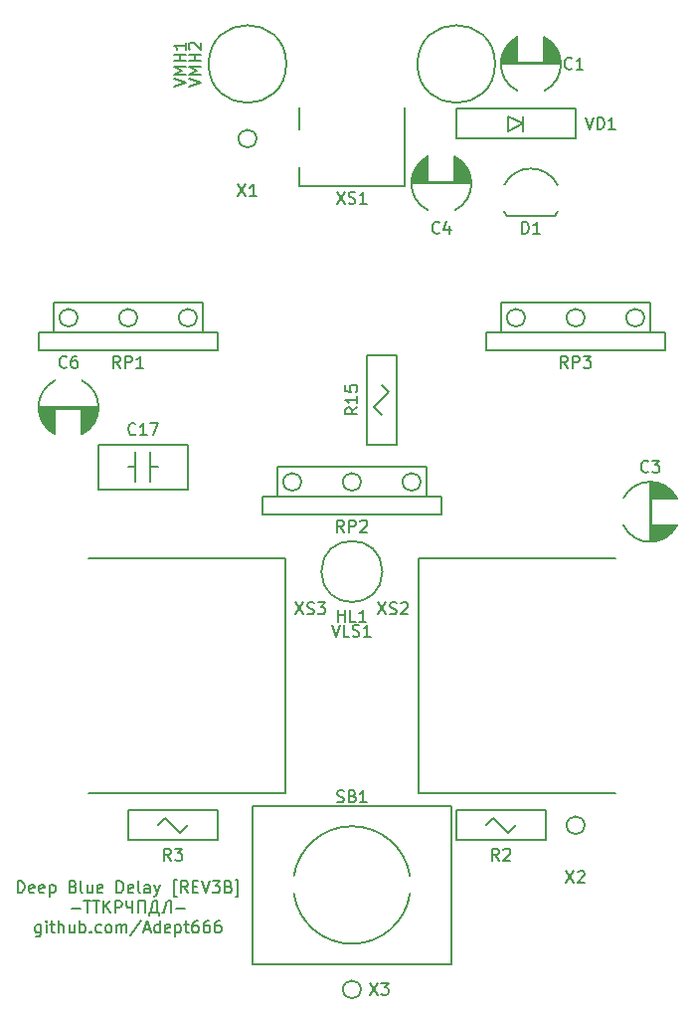
<source format=gbr>
G04 #@! TF.GenerationSoftware,KiCad,Pcbnew,5.1.6-c6e7f7d~87~ubuntu19.10.1*
G04 #@! TF.CreationDate,2021-07-29T07:02:15+06:00*
G04 #@! TF.ProjectId,deep_blue_delay_r3b,64656570-5f62-46c7-9565-5f64656c6179,3B*
G04 #@! TF.SameCoordinates,Original*
G04 #@! TF.FileFunction,Legend,Top*
G04 #@! TF.FilePolarity,Positive*
%FSLAX46Y46*%
G04 Gerber Fmt 4.6, Leading zero omitted, Abs format (unit mm)*
G04 Created by KiCad (PCBNEW 5.1.6-c6e7f7d~87~ubuntu19.10.1) date 2021-07-29 07:02:15*
%MOMM*%
%LPD*%
G01*
G04 APERTURE LIST*
%ADD10C,0.200000*%
G04 APERTURE END LIST*
D10*
X76955238Y-168297380D02*
X76955238Y-167297380D01*
X77193333Y-167297380D01*
X77336190Y-167345000D01*
X77431428Y-167440238D01*
X77479047Y-167535476D01*
X77526666Y-167725952D01*
X77526666Y-167868809D01*
X77479047Y-168059285D01*
X77431428Y-168154523D01*
X77336190Y-168249761D01*
X77193333Y-168297380D01*
X76955238Y-168297380D01*
X78336190Y-168249761D02*
X78240952Y-168297380D01*
X78050476Y-168297380D01*
X77955238Y-168249761D01*
X77907619Y-168154523D01*
X77907619Y-167773571D01*
X77955238Y-167678333D01*
X78050476Y-167630714D01*
X78240952Y-167630714D01*
X78336190Y-167678333D01*
X78383809Y-167773571D01*
X78383809Y-167868809D01*
X77907619Y-167964047D01*
X79193333Y-168249761D02*
X79098095Y-168297380D01*
X78907619Y-168297380D01*
X78812380Y-168249761D01*
X78764761Y-168154523D01*
X78764761Y-167773571D01*
X78812380Y-167678333D01*
X78907619Y-167630714D01*
X79098095Y-167630714D01*
X79193333Y-167678333D01*
X79240952Y-167773571D01*
X79240952Y-167868809D01*
X78764761Y-167964047D01*
X79669523Y-167630714D02*
X79669523Y-168630714D01*
X79669523Y-167678333D02*
X79764761Y-167630714D01*
X79955238Y-167630714D01*
X80050476Y-167678333D01*
X80098095Y-167725952D01*
X80145714Y-167821190D01*
X80145714Y-168106904D01*
X80098095Y-168202142D01*
X80050476Y-168249761D01*
X79955238Y-168297380D01*
X79764761Y-168297380D01*
X79669523Y-168249761D01*
X81669523Y-167773571D02*
X81812380Y-167821190D01*
X81860000Y-167868809D01*
X81907619Y-167964047D01*
X81907619Y-168106904D01*
X81860000Y-168202142D01*
X81812380Y-168249761D01*
X81717142Y-168297380D01*
X81336190Y-168297380D01*
X81336190Y-167297380D01*
X81669523Y-167297380D01*
X81764761Y-167345000D01*
X81812380Y-167392619D01*
X81860000Y-167487857D01*
X81860000Y-167583095D01*
X81812380Y-167678333D01*
X81764761Y-167725952D01*
X81669523Y-167773571D01*
X81336190Y-167773571D01*
X82479047Y-168297380D02*
X82383809Y-168249761D01*
X82336190Y-168154523D01*
X82336190Y-167297380D01*
X83288571Y-167630714D02*
X83288571Y-168297380D01*
X82860000Y-167630714D02*
X82860000Y-168154523D01*
X82907619Y-168249761D01*
X83002857Y-168297380D01*
X83145714Y-168297380D01*
X83240952Y-168249761D01*
X83288571Y-168202142D01*
X84145714Y-168249761D02*
X84050476Y-168297380D01*
X83860000Y-168297380D01*
X83764761Y-168249761D01*
X83717142Y-168154523D01*
X83717142Y-167773571D01*
X83764761Y-167678333D01*
X83860000Y-167630714D01*
X84050476Y-167630714D01*
X84145714Y-167678333D01*
X84193333Y-167773571D01*
X84193333Y-167868809D01*
X83717142Y-167964047D01*
X85383809Y-168297380D02*
X85383809Y-167297380D01*
X85621904Y-167297380D01*
X85764761Y-167345000D01*
X85860000Y-167440238D01*
X85907619Y-167535476D01*
X85955238Y-167725952D01*
X85955238Y-167868809D01*
X85907619Y-168059285D01*
X85860000Y-168154523D01*
X85764761Y-168249761D01*
X85621904Y-168297380D01*
X85383809Y-168297380D01*
X86764761Y-168249761D02*
X86669523Y-168297380D01*
X86479047Y-168297380D01*
X86383809Y-168249761D01*
X86336190Y-168154523D01*
X86336190Y-167773571D01*
X86383809Y-167678333D01*
X86479047Y-167630714D01*
X86669523Y-167630714D01*
X86764761Y-167678333D01*
X86812380Y-167773571D01*
X86812380Y-167868809D01*
X86336190Y-167964047D01*
X87383809Y-168297380D02*
X87288571Y-168249761D01*
X87240952Y-168154523D01*
X87240952Y-167297380D01*
X88193333Y-168297380D02*
X88193333Y-167773571D01*
X88145714Y-167678333D01*
X88050476Y-167630714D01*
X87860000Y-167630714D01*
X87764761Y-167678333D01*
X88193333Y-168249761D02*
X88098095Y-168297380D01*
X87860000Y-168297380D01*
X87764761Y-168249761D01*
X87717142Y-168154523D01*
X87717142Y-168059285D01*
X87764761Y-167964047D01*
X87860000Y-167916428D01*
X88098095Y-167916428D01*
X88193333Y-167868809D01*
X88574285Y-167630714D02*
X88812380Y-168297380D01*
X89050476Y-167630714D02*
X88812380Y-168297380D01*
X88717142Y-168535476D01*
X88669523Y-168583095D01*
X88574285Y-168630714D01*
X90479047Y-168630714D02*
X90240952Y-168630714D01*
X90240952Y-167202142D01*
X90479047Y-167202142D01*
X91431428Y-168297380D02*
X91098095Y-167821190D01*
X90860000Y-168297380D02*
X90860000Y-167297380D01*
X91240952Y-167297380D01*
X91336190Y-167345000D01*
X91383809Y-167392619D01*
X91431428Y-167487857D01*
X91431428Y-167630714D01*
X91383809Y-167725952D01*
X91336190Y-167773571D01*
X91240952Y-167821190D01*
X90860000Y-167821190D01*
X91860000Y-167773571D02*
X92193333Y-167773571D01*
X92336190Y-168297380D02*
X91860000Y-168297380D01*
X91860000Y-167297380D01*
X92336190Y-167297380D01*
X92621904Y-167297380D02*
X92955238Y-168297380D01*
X93288571Y-167297380D01*
X93526666Y-167297380D02*
X94145714Y-167297380D01*
X93812380Y-167678333D01*
X93955238Y-167678333D01*
X94050476Y-167725952D01*
X94098095Y-167773571D01*
X94145714Y-167868809D01*
X94145714Y-168106904D01*
X94098095Y-168202142D01*
X94050476Y-168249761D01*
X93955238Y-168297380D01*
X93669523Y-168297380D01*
X93574285Y-168249761D01*
X93526666Y-168202142D01*
X94907619Y-167773571D02*
X95050476Y-167821190D01*
X95098095Y-167868809D01*
X95145714Y-167964047D01*
X95145714Y-168106904D01*
X95098095Y-168202142D01*
X95050476Y-168249761D01*
X94955238Y-168297380D01*
X94574285Y-168297380D01*
X94574285Y-167297380D01*
X94907619Y-167297380D01*
X95002857Y-167345000D01*
X95050476Y-167392619D01*
X95098095Y-167487857D01*
X95098095Y-167583095D01*
X95050476Y-167678333D01*
X95002857Y-167725952D01*
X94907619Y-167773571D01*
X94574285Y-167773571D01*
X95479047Y-168630714D02*
X95717142Y-168630714D01*
X95717142Y-167202142D01*
X95479047Y-167202142D01*
X81502857Y-169616428D02*
X82264761Y-169616428D01*
X82598095Y-168997380D02*
X83169523Y-168997380D01*
X82883809Y-169997380D02*
X82883809Y-168997380D01*
X83360000Y-168997380D02*
X83931428Y-168997380D01*
X83645714Y-169997380D02*
X83645714Y-168997380D01*
X84264761Y-169997380D02*
X84264761Y-168997380D01*
X84836190Y-169997380D02*
X84407619Y-169425952D01*
X84836190Y-168997380D02*
X84264761Y-169568809D01*
X85264761Y-169997380D02*
X85264761Y-168997380D01*
X85645714Y-168997380D01*
X85740952Y-169045000D01*
X85788571Y-169092619D01*
X85836190Y-169187857D01*
X85836190Y-169330714D01*
X85788571Y-169425952D01*
X85740952Y-169473571D01*
X85645714Y-169521190D01*
X85264761Y-169521190D01*
X86740952Y-168997380D02*
X86740952Y-169997380D01*
X86217142Y-168997380D02*
X86217142Y-169378333D01*
X86264761Y-169473571D01*
X86312380Y-169521190D01*
X86407619Y-169568809D01*
X86740952Y-169568809D01*
X87217142Y-169997380D02*
X87217142Y-168997380D01*
X87788571Y-168997380D01*
X87788571Y-169997380D01*
X89026666Y-170235476D02*
X89026666Y-169997380D01*
X88169523Y-169997380D01*
X88169523Y-170235476D01*
X88836190Y-169997380D02*
X88836190Y-168997380D01*
X88598095Y-168997380D01*
X88502857Y-169045000D01*
X88455238Y-169092619D01*
X88407619Y-169187857D01*
X88312380Y-169997380D01*
X89979047Y-169997380D02*
X89979047Y-168997380D01*
X89836190Y-168997380D01*
X89693333Y-169045000D01*
X89598095Y-169140238D01*
X89550476Y-169283095D01*
X89455238Y-169854523D01*
X89407619Y-169949761D01*
X89312380Y-169997380D01*
X89264761Y-169997380D01*
X90455238Y-169616428D02*
X91217142Y-169616428D01*
X78907619Y-171030714D02*
X78907619Y-171840238D01*
X78860000Y-171935476D01*
X78812380Y-171983095D01*
X78717142Y-172030714D01*
X78574285Y-172030714D01*
X78479047Y-171983095D01*
X78907619Y-171649761D02*
X78812380Y-171697380D01*
X78621904Y-171697380D01*
X78526666Y-171649761D01*
X78479047Y-171602142D01*
X78431428Y-171506904D01*
X78431428Y-171221190D01*
X78479047Y-171125952D01*
X78526666Y-171078333D01*
X78621904Y-171030714D01*
X78812380Y-171030714D01*
X78907619Y-171078333D01*
X79383809Y-171697380D02*
X79383809Y-171030714D01*
X79383809Y-170697380D02*
X79336190Y-170745000D01*
X79383809Y-170792619D01*
X79431428Y-170745000D01*
X79383809Y-170697380D01*
X79383809Y-170792619D01*
X79717142Y-171030714D02*
X80098095Y-171030714D01*
X79860000Y-170697380D02*
X79860000Y-171554523D01*
X79907619Y-171649761D01*
X80002857Y-171697380D01*
X80098095Y-171697380D01*
X80431428Y-171697380D02*
X80431428Y-170697380D01*
X80860000Y-171697380D02*
X80860000Y-171173571D01*
X80812380Y-171078333D01*
X80717142Y-171030714D01*
X80574285Y-171030714D01*
X80479047Y-171078333D01*
X80431428Y-171125952D01*
X81764761Y-171030714D02*
X81764761Y-171697380D01*
X81336190Y-171030714D02*
X81336190Y-171554523D01*
X81383809Y-171649761D01*
X81479047Y-171697380D01*
X81621904Y-171697380D01*
X81717142Y-171649761D01*
X81764761Y-171602142D01*
X82240952Y-171697380D02*
X82240952Y-170697380D01*
X82240952Y-171078333D02*
X82336190Y-171030714D01*
X82526666Y-171030714D01*
X82621904Y-171078333D01*
X82669523Y-171125952D01*
X82717142Y-171221190D01*
X82717142Y-171506904D01*
X82669523Y-171602142D01*
X82621904Y-171649761D01*
X82526666Y-171697380D01*
X82336190Y-171697380D01*
X82240952Y-171649761D01*
X83145714Y-171602142D02*
X83193333Y-171649761D01*
X83145714Y-171697380D01*
X83098095Y-171649761D01*
X83145714Y-171602142D01*
X83145714Y-171697380D01*
X84050476Y-171649761D02*
X83955238Y-171697380D01*
X83764761Y-171697380D01*
X83669523Y-171649761D01*
X83621904Y-171602142D01*
X83574285Y-171506904D01*
X83574285Y-171221190D01*
X83621904Y-171125952D01*
X83669523Y-171078333D01*
X83764761Y-171030714D01*
X83955238Y-171030714D01*
X84050476Y-171078333D01*
X84621904Y-171697380D02*
X84526666Y-171649761D01*
X84479047Y-171602142D01*
X84431428Y-171506904D01*
X84431428Y-171221190D01*
X84479047Y-171125952D01*
X84526666Y-171078333D01*
X84621904Y-171030714D01*
X84764761Y-171030714D01*
X84860000Y-171078333D01*
X84907619Y-171125952D01*
X84955238Y-171221190D01*
X84955238Y-171506904D01*
X84907619Y-171602142D01*
X84860000Y-171649761D01*
X84764761Y-171697380D01*
X84621904Y-171697380D01*
X85383809Y-171697380D02*
X85383809Y-171030714D01*
X85383809Y-171125952D02*
X85431428Y-171078333D01*
X85526666Y-171030714D01*
X85669523Y-171030714D01*
X85764761Y-171078333D01*
X85812380Y-171173571D01*
X85812380Y-171697380D01*
X85812380Y-171173571D02*
X85860000Y-171078333D01*
X85955238Y-171030714D01*
X86098095Y-171030714D01*
X86193333Y-171078333D01*
X86240952Y-171173571D01*
X86240952Y-171697380D01*
X87431428Y-170649761D02*
X86574285Y-171935476D01*
X87717142Y-171411666D02*
X88193333Y-171411666D01*
X87621904Y-171697380D02*
X87955238Y-170697380D01*
X88288571Y-171697380D01*
X89050476Y-171697380D02*
X89050476Y-170697380D01*
X89050476Y-171649761D02*
X88955238Y-171697380D01*
X88764761Y-171697380D01*
X88669523Y-171649761D01*
X88621904Y-171602142D01*
X88574285Y-171506904D01*
X88574285Y-171221190D01*
X88621904Y-171125952D01*
X88669523Y-171078333D01*
X88764761Y-171030714D01*
X88955238Y-171030714D01*
X89050476Y-171078333D01*
X89907619Y-171649761D02*
X89812380Y-171697380D01*
X89621904Y-171697380D01*
X89526666Y-171649761D01*
X89479047Y-171554523D01*
X89479047Y-171173571D01*
X89526666Y-171078333D01*
X89621904Y-171030714D01*
X89812380Y-171030714D01*
X89907619Y-171078333D01*
X89955238Y-171173571D01*
X89955238Y-171268809D01*
X89479047Y-171364047D01*
X90383809Y-171030714D02*
X90383809Y-172030714D01*
X90383809Y-171078333D02*
X90479047Y-171030714D01*
X90669523Y-171030714D01*
X90764761Y-171078333D01*
X90812380Y-171125952D01*
X90860000Y-171221190D01*
X90860000Y-171506904D01*
X90812380Y-171602142D01*
X90764761Y-171649761D01*
X90669523Y-171697380D01*
X90479047Y-171697380D01*
X90383809Y-171649761D01*
X91145714Y-171030714D02*
X91526666Y-171030714D01*
X91288571Y-170697380D02*
X91288571Y-171554523D01*
X91336190Y-171649761D01*
X91431428Y-171697380D01*
X91526666Y-171697380D01*
X92288571Y-170697380D02*
X92098095Y-170697380D01*
X92002857Y-170745000D01*
X91955238Y-170792619D01*
X91860000Y-170935476D01*
X91812380Y-171125952D01*
X91812380Y-171506904D01*
X91860000Y-171602142D01*
X91907619Y-171649761D01*
X92002857Y-171697380D01*
X92193333Y-171697380D01*
X92288571Y-171649761D01*
X92336190Y-171602142D01*
X92383809Y-171506904D01*
X92383809Y-171268809D01*
X92336190Y-171173571D01*
X92288571Y-171125952D01*
X92193333Y-171078333D01*
X92002857Y-171078333D01*
X91907619Y-171125952D01*
X91860000Y-171173571D01*
X91812380Y-171268809D01*
X93240952Y-170697380D02*
X93050476Y-170697380D01*
X92955238Y-170745000D01*
X92907619Y-170792619D01*
X92812380Y-170935476D01*
X92764761Y-171125952D01*
X92764761Y-171506904D01*
X92812380Y-171602142D01*
X92860000Y-171649761D01*
X92955238Y-171697380D01*
X93145714Y-171697380D01*
X93240952Y-171649761D01*
X93288571Y-171602142D01*
X93336190Y-171506904D01*
X93336190Y-171268809D01*
X93288571Y-171173571D01*
X93240952Y-171125952D01*
X93145714Y-171078333D01*
X92955238Y-171078333D01*
X92860000Y-171125952D01*
X92812380Y-171173571D01*
X92764761Y-171268809D01*
X94193333Y-170697380D02*
X94002857Y-170697380D01*
X93907619Y-170745000D01*
X93860000Y-170792619D01*
X93764761Y-170935476D01*
X93717142Y-171125952D01*
X93717142Y-171506904D01*
X93764761Y-171602142D01*
X93812380Y-171649761D01*
X93907619Y-171697380D01*
X94098095Y-171697380D01*
X94193333Y-171649761D01*
X94240952Y-171602142D01*
X94288571Y-171506904D01*
X94288571Y-171268809D01*
X94240952Y-171173571D01*
X94193333Y-171125952D01*
X94098095Y-171078333D01*
X93907619Y-171078333D01*
X93812380Y-171125952D01*
X93764761Y-171173571D01*
X93717142Y-171268809D01*
X91440000Y-133985000D02*
X83820000Y-133985000D01*
X91440000Y-130175000D02*
X83820000Y-130175000D01*
X91440000Y-133985000D02*
X91440000Y-130175000D01*
X83820000Y-133985000D02*
X83820000Y-130175000D01*
X88900000Y-132080000D02*
X88265000Y-132080000D01*
X86995000Y-132080000D02*
X86360000Y-132080000D01*
X88265000Y-133350000D02*
X88265000Y-130810000D01*
X86995000Y-133350000D02*
X86995000Y-130810000D01*
X109220000Y-122555000D02*
X109220000Y-130175000D01*
X106680000Y-122555000D02*
X106680000Y-130175000D01*
X109220000Y-122555000D02*
X106680000Y-122555000D01*
X109220000Y-130175000D02*
X106680000Y-130175000D01*
X107950000Y-125095000D02*
X108585000Y-125730000D01*
X108585000Y-125730000D02*
X107315000Y-127000000D01*
X107315000Y-127000000D02*
X107950000Y-127635000D01*
G36*
X130810000Y-133350000D02*
G01*
X131572000Y-133477000D01*
X132715000Y-134239000D01*
X133096000Y-134747000D01*
X130937000Y-134747000D01*
X130937000Y-137033000D01*
X133096000Y-137033000D01*
X132715000Y-137541000D01*
X131572000Y-138303000D01*
X130810000Y-138430000D01*
X130810000Y-133350000D01*
G37*
X130810000Y-133350000D02*
X131572000Y-133477000D01*
X132715000Y-134239000D01*
X133096000Y-134747000D01*
X130937000Y-134747000D01*
X130937000Y-137033000D01*
X133096000Y-137033000D01*
X132715000Y-137541000D01*
X131572000Y-138303000D01*
X130810000Y-138430000D01*
X130810000Y-133350000D01*
X133095998Y-137033000D02*
G75*
G02*
X128524001Y-137032999I-2285998J1143000D01*
G01*
X128524002Y-134747000D02*
G75*
G02*
X133095999Y-134747001I2285998J-1143000D01*
G01*
G36*
X110490000Y-107950000D02*
G01*
X110617000Y-107188000D01*
X111379000Y-106045000D01*
X111887000Y-105664000D01*
X111887000Y-107823000D01*
X114173000Y-107823000D01*
X114173000Y-105664000D01*
X114681000Y-106045000D01*
X115443000Y-107188000D01*
X115570000Y-107950000D01*
X110490000Y-107950000D01*
G37*
X110490000Y-107950000D02*
X110617000Y-107188000D01*
X111379000Y-106045000D01*
X111887000Y-105664000D01*
X111887000Y-107823000D01*
X114173000Y-107823000D01*
X114173000Y-105664000D01*
X114681000Y-106045000D01*
X115443000Y-107188000D01*
X115570000Y-107950000D01*
X110490000Y-107950000D01*
X114173000Y-105664002D02*
G75*
G02*
X114172999Y-110235999I-1143000J-2285998D01*
G01*
X111887000Y-110235998D02*
G75*
G02*
X111887001Y-105664001I1143000J2285998D01*
G01*
G36*
X83820000Y-127000000D02*
G01*
X83693000Y-127762000D01*
X82931000Y-128905000D01*
X82423000Y-129286000D01*
X82423000Y-127127000D01*
X80137000Y-127127000D01*
X80137000Y-129286000D01*
X79629000Y-128905000D01*
X78867000Y-127762000D01*
X78740000Y-127000000D01*
X83820000Y-127000000D01*
G37*
X83820000Y-127000000D02*
X83693000Y-127762000D01*
X82931000Y-128905000D01*
X82423000Y-129286000D01*
X82423000Y-127127000D01*
X80137000Y-127127000D01*
X80137000Y-129286000D01*
X79629000Y-128905000D01*
X78867000Y-127762000D01*
X78740000Y-127000000D01*
X83820000Y-127000000D01*
X80137000Y-129285998D02*
G75*
G02*
X80137001Y-124714001I1143000J2285998D01*
G01*
X82423000Y-124714002D02*
G75*
G02*
X82422999Y-129285999I-1143000J-2285998D01*
G01*
X92202000Y-119380000D02*
G75*
G03*
X92202000Y-119380000I-762000J0D01*
G01*
X87122000Y-119380000D02*
G75*
G03*
X87122000Y-119380000I-762000J0D01*
G01*
X82042000Y-119380000D02*
G75*
G03*
X82042000Y-119380000I-762000J0D01*
G01*
X93980000Y-120650000D02*
X93980000Y-122150000D01*
X78740000Y-120650000D02*
X78740000Y-122150000D01*
X92710000Y-118110000D02*
X92710000Y-120650000D01*
X80010000Y-118110000D02*
X80010000Y-120650000D01*
X78740000Y-122150000D02*
X93980000Y-122150000D01*
X78740000Y-120650000D02*
X93980000Y-120650000D01*
X80010000Y-118110000D02*
X92710000Y-118110000D01*
X117475000Y-161925000D02*
X116840000Y-162560000D01*
X118745000Y-163195000D02*
X117475000Y-161925000D01*
X119380000Y-162560000D02*
X118745000Y-163195000D01*
X114300000Y-163830000D02*
X114300000Y-161290000D01*
X121920000Y-163830000D02*
X121920000Y-161290000D01*
X121920000Y-161290000D02*
X114300000Y-161290000D01*
X121920000Y-163830000D02*
X114300000Y-163830000D01*
X118618000Y-110744000D02*
X122682000Y-110744000D01*
X118378848Y-108082692D02*
G75*
G02*
X120650000Y-106680000I2271152J-1137308D01*
G01*
X122921152Y-108082692D02*
G75*
G03*
X120650000Y-106680000I-2271152J-1137308D01*
G01*
X122921845Y-110355922D02*
G75*
G02*
X122682000Y-110744000I-2271845J1135922D01*
G01*
X118378251Y-110356115D02*
G75*
G03*
X118618000Y-110744000I2271749J1136115D01*
G01*
X130302000Y-119380000D02*
G75*
G03*
X130302000Y-119380000I-762000J0D01*
G01*
X125222000Y-119380000D02*
G75*
G03*
X125222000Y-119380000I-762000J0D01*
G01*
X120142000Y-119380000D02*
G75*
G03*
X120142000Y-119380000I-762000J0D01*
G01*
X132080000Y-120650000D02*
X132080000Y-122150000D01*
X116840000Y-120650000D02*
X116840000Y-122150000D01*
X130810000Y-118110000D02*
X130810000Y-120650000D01*
X118110000Y-118110000D02*
X118110000Y-120650000D01*
X116840000Y-122150000D02*
X132080000Y-122150000D01*
X116840000Y-120650000D02*
X132080000Y-120650000D01*
X118110000Y-118110000D02*
X130810000Y-118110000D01*
X111252000Y-133350000D02*
G75*
G03*
X111252000Y-133350000I-762000J0D01*
G01*
X106172000Y-133350000D02*
G75*
G03*
X106172000Y-133350000I-762000J0D01*
G01*
X101092000Y-133350000D02*
G75*
G03*
X101092000Y-133350000I-762000J0D01*
G01*
X113030000Y-134620000D02*
X113030000Y-136120000D01*
X97790000Y-134620000D02*
X97790000Y-136120000D01*
X111760000Y-132080000D02*
X111760000Y-134620000D01*
X99060000Y-132080000D02*
X99060000Y-134620000D01*
X97790000Y-136120000D02*
X113030000Y-136120000D01*
X97790000Y-134620000D02*
X113030000Y-134620000D01*
X99060000Y-132080000D02*
X111760000Y-132080000D01*
X99740000Y-139860000D02*
X99740000Y-159860000D01*
X99740000Y-139860000D02*
X82940000Y-139860000D01*
X99740000Y-159860000D02*
X82940000Y-159860000D01*
X111080000Y-159860000D02*
X111080000Y-139860000D01*
X111080000Y-159860000D02*
X127880000Y-159860000D01*
X111080000Y-139860000D02*
X127880000Y-139860000D01*
X109910000Y-108180000D02*
X100910000Y-108180000D01*
X109910000Y-108180000D02*
X109910000Y-101480000D01*
X100910000Y-103378000D02*
X100910000Y-101480000D01*
X100910000Y-108180000D02*
X100910000Y-106553000D01*
X117602000Y-97790000D02*
G75*
G03*
X117602000Y-97790000I-3302000J0D01*
G01*
X99822000Y-97790000D02*
G75*
G03*
X99822000Y-97790000I-3302000J0D01*
G01*
X90805000Y-163195000D02*
X91440000Y-162560000D01*
X89535000Y-161925000D02*
X90805000Y-163195000D01*
X88900000Y-162560000D02*
X89535000Y-161925000D01*
X93980000Y-161290000D02*
X93980000Y-163830000D01*
X86360000Y-161290000D02*
X86360000Y-163830000D01*
X86360000Y-163830000D02*
X93980000Y-163830000D01*
X86360000Y-161290000D02*
X93980000Y-161290000D01*
X120015000Y-102235000D02*
X120015000Y-103505000D01*
X118745000Y-103505000D02*
X120015000Y-102870000D01*
X118745000Y-102235000D02*
X120015000Y-102870000D01*
X118745000Y-102235000D02*
X118745000Y-103505000D01*
X124460000Y-101600000D02*
X124460000Y-104140000D01*
X114300000Y-101600000D02*
X114300000Y-104140000D01*
X114300000Y-104140000D02*
X124460000Y-104140000D01*
X114300000Y-101600000D02*
X124460000Y-101600000D01*
G36*
X118110000Y-97790000D02*
G01*
X118237000Y-97028000D01*
X118999000Y-95885000D01*
X119507000Y-95504000D01*
X119507000Y-97663000D01*
X121793000Y-97663000D01*
X121793000Y-95504000D01*
X122301000Y-95885000D01*
X123063000Y-97028000D01*
X123190000Y-97790000D01*
X118110000Y-97790000D01*
G37*
X118110000Y-97790000D02*
X118237000Y-97028000D01*
X118999000Y-95885000D01*
X119507000Y-95504000D01*
X119507000Y-97663000D01*
X121793000Y-97663000D01*
X121793000Y-95504000D01*
X122301000Y-95885000D01*
X123063000Y-97028000D01*
X123190000Y-97790000D01*
X118110000Y-97790000D01*
X121793000Y-95504002D02*
G75*
G02*
X121792999Y-100075999I-1143000J-2285998D01*
G01*
X119507000Y-100075998D02*
G75*
G02*
X119507001Y-95504001I1143000J2285998D01*
G01*
X106172000Y-176530000D02*
G75*
G03*
X106172000Y-176530000I-762000J0D01*
G01*
X125222000Y-162560000D02*
G75*
G03*
X125222000Y-162560000I-762000J0D01*
G01*
X108010000Y-140970000D02*
G75*
G03*
X108010000Y-140970000I-2600000J0D01*
G01*
X97282000Y-104140000D02*
G75*
G03*
X97282000Y-104140000I-762000J0D01*
G01*
X96910000Y-160890000D02*
X113910000Y-160890000D01*
X96910000Y-174390000D02*
X113910000Y-174390000D01*
X96910000Y-160890000D02*
X96910000Y-174390000D01*
X113910000Y-160890000D02*
X113910000Y-174390000D01*
X110352469Y-166883696D02*
G75*
G03*
X105410000Y-162640000I-4942469J-756304D01*
G01*
X100468142Y-168400286D02*
G75*
G03*
X105410000Y-172640000I4941858J760286D01*
G01*
X110352469Y-168396304D02*
G75*
G02*
X105410000Y-172640000I-4942469J756304D01*
G01*
X100468142Y-166879714D02*
G75*
G02*
X105410000Y-162640000I4941858J-760286D01*
G01*
X86987142Y-129262142D02*
X86939523Y-129309761D01*
X86796666Y-129357380D01*
X86701428Y-129357380D01*
X86558571Y-129309761D01*
X86463333Y-129214523D01*
X86415714Y-129119285D01*
X86368095Y-128928809D01*
X86368095Y-128785952D01*
X86415714Y-128595476D01*
X86463333Y-128500238D01*
X86558571Y-128405000D01*
X86701428Y-128357380D01*
X86796666Y-128357380D01*
X86939523Y-128405000D01*
X86987142Y-128452619D01*
X87939523Y-129357380D02*
X87368095Y-129357380D01*
X87653809Y-129357380D02*
X87653809Y-128357380D01*
X87558571Y-128500238D01*
X87463333Y-128595476D01*
X87368095Y-128643095D01*
X88272857Y-128357380D02*
X88939523Y-128357380D01*
X88510952Y-129357380D01*
X105862380Y-127007857D02*
X105386190Y-127341190D01*
X105862380Y-127579285D02*
X104862380Y-127579285D01*
X104862380Y-127198333D01*
X104910000Y-127103095D01*
X104957619Y-127055476D01*
X105052857Y-127007857D01*
X105195714Y-127007857D01*
X105290952Y-127055476D01*
X105338571Y-127103095D01*
X105386190Y-127198333D01*
X105386190Y-127579285D01*
X105862380Y-126055476D02*
X105862380Y-126626904D01*
X105862380Y-126341190D02*
X104862380Y-126341190D01*
X105005238Y-126436428D01*
X105100476Y-126531666D01*
X105148095Y-126626904D01*
X104862380Y-125150714D02*
X104862380Y-125626904D01*
X105338571Y-125674523D01*
X105290952Y-125626904D01*
X105243333Y-125531666D01*
X105243333Y-125293571D01*
X105290952Y-125198333D01*
X105338571Y-125150714D01*
X105433809Y-125103095D01*
X105671904Y-125103095D01*
X105767142Y-125150714D01*
X105814761Y-125198333D01*
X105862380Y-125293571D01*
X105862380Y-125531666D01*
X105814761Y-125626904D01*
X105767142Y-125674523D01*
X130643333Y-132437142D02*
X130595714Y-132484761D01*
X130452857Y-132532380D01*
X130357619Y-132532380D01*
X130214761Y-132484761D01*
X130119523Y-132389523D01*
X130071904Y-132294285D01*
X130024285Y-132103809D01*
X130024285Y-131960952D01*
X130071904Y-131770476D01*
X130119523Y-131675238D01*
X130214761Y-131580000D01*
X130357619Y-131532380D01*
X130452857Y-131532380D01*
X130595714Y-131580000D01*
X130643333Y-131627619D01*
X130976666Y-131532380D02*
X131595714Y-131532380D01*
X131262380Y-131913333D01*
X131405238Y-131913333D01*
X131500476Y-131960952D01*
X131548095Y-132008571D01*
X131595714Y-132103809D01*
X131595714Y-132341904D01*
X131548095Y-132437142D01*
X131500476Y-132484761D01*
X131405238Y-132532380D01*
X131119523Y-132532380D01*
X131024285Y-132484761D01*
X130976666Y-132437142D01*
X112863333Y-112117142D02*
X112815714Y-112164761D01*
X112672857Y-112212380D01*
X112577619Y-112212380D01*
X112434761Y-112164761D01*
X112339523Y-112069523D01*
X112291904Y-111974285D01*
X112244285Y-111783809D01*
X112244285Y-111640952D01*
X112291904Y-111450476D01*
X112339523Y-111355238D01*
X112434761Y-111260000D01*
X112577619Y-111212380D01*
X112672857Y-111212380D01*
X112815714Y-111260000D01*
X112863333Y-111307619D01*
X113720476Y-111545714D02*
X113720476Y-112212380D01*
X113482380Y-111164761D02*
X113244285Y-111879047D01*
X113863333Y-111879047D01*
X81113333Y-123547142D02*
X81065714Y-123594761D01*
X80922857Y-123642380D01*
X80827619Y-123642380D01*
X80684761Y-123594761D01*
X80589523Y-123499523D01*
X80541904Y-123404285D01*
X80494285Y-123213809D01*
X80494285Y-123070952D01*
X80541904Y-122880476D01*
X80589523Y-122785238D01*
X80684761Y-122690000D01*
X80827619Y-122642380D01*
X80922857Y-122642380D01*
X81065714Y-122690000D01*
X81113333Y-122737619D01*
X81970476Y-122642380D02*
X81780000Y-122642380D01*
X81684761Y-122690000D01*
X81637142Y-122737619D01*
X81541904Y-122880476D01*
X81494285Y-123070952D01*
X81494285Y-123451904D01*
X81541904Y-123547142D01*
X81589523Y-123594761D01*
X81684761Y-123642380D01*
X81875238Y-123642380D01*
X81970476Y-123594761D01*
X82018095Y-123547142D01*
X82065714Y-123451904D01*
X82065714Y-123213809D01*
X82018095Y-123118571D01*
X81970476Y-123070952D01*
X81875238Y-123023333D01*
X81684761Y-123023333D01*
X81589523Y-123070952D01*
X81541904Y-123118571D01*
X81494285Y-123213809D01*
X85693333Y-123642380D02*
X85360000Y-123166190D01*
X85121904Y-123642380D02*
X85121904Y-122642380D01*
X85502857Y-122642380D01*
X85598095Y-122690000D01*
X85645714Y-122737619D01*
X85693333Y-122832857D01*
X85693333Y-122975714D01*
X85645714Y-123070952D01*
X85598095Y-123118571D01*
X85502857Y-123166190D01*
X85121904Y-123166190D01*
X86121904Y-123642380D02*
X86121904Y-122642380D01*
X86502857Y-122642380D01*
X86598095Y-122690000D01*
X86645714Y-122737619D01*
X86693333Y-122832857D01*
X86693333Y-122975714D01*
X86645714Y-123070952D01*
X86598095Y-123118571D01*
X86502857Y-123166190D01*
X86121904Y-123166190D01*
X87645714Y-123642380D02*
X87074285Y-123642380D01*
X87360000Y-123642380D02*
X87360000Y-122642380D01*
X87264761Y-122785238D01*
X87169523Y-122880476D01*
X87074285Y-122928095D01*
X117943333Y-165552380D02*
X117610000Y-165076190D01*
X117371904Y-165552380D02*
X117371904Y-164552380D01*
X117752857Y-164552380D01*
X117848095Y-164600000D01*
X117895714Y-164647619D01*
X117943333Y-164742857D01*
X117943333Y-164885714D01*
X117895714Y-164980952D01*
X117848095Y-165028571D01*
X117752857Y-165076190D01*
X117371904Y-165076190D01*
X118324285Y-164647619D02*
X118371904Y-164600000D01*
X118467142Y-164552380D01*
X118705238Y-164552380D01*
X118800476Y-164600000D01*
X118848095Y-164647619D01*
X118895714Y-164742857D01*
X118895714Y-164838095D01*
X118848095Y-164980952D01*
X118276666Y-165552380D01*
X118895714Y-165552380D01*
X119911904Y-112212380D02*
X119911904Y-111212380D01*
X120150000Y-111212380D01*
X120292857Y-111260000D01*
X120388095Y-111355238D01*
X120435714Y-111450476D01*
X120483333Y-111640952D01*
X120483333Y-111783809D01*
X120435714Y-111974285D01*
X120388095Y-112069523D01*
X120292857Y-112164761D01*
X120150000Y-112212380D01*
X119911904Y-112212380D01*
X121435714Y-112212380D02*
X120864285Y-112212380D01*
X121150000Y-112212380D02*
X121150000Y-111212380D01*
X121054761Y-111355238D01*
X120959523Y-111450476D01*
X120864285Y-111498095D01*
X123793333Y-123642380D02*
X123460000Y-123166190D01*
X123221904Y-123642380D02*
X123221904Y-122642380D01*
X123602857Y-122642380D01*
X123698095Y-122690000D01*
X123745714Y-122737619D01*
X123793333Y-122832857D01*
X123793333Y-122975714D01*
X123745714Y-123070952D01*
X123698095Y-123118571D01*
X123602857Y-123166190D01*
X123221904Y-123166190D01*
X124221904Y-123642380D02*
X124221904Y-122642380D01*
X124602857Y-122642380D01*
X124698095Y-122690000D01*
X124745714Y-122737619D01*
X124793333Y-122832857D01*
X124793333Y-122975714D01*
X124745714Y-123070952D01*
X124698095Y-123118571D01*
X124602857Y-123166190D01*
X124221904Y-123166190D01*
X125126666Y-122642380D02*
X125745714Y-122642380D01*
X125412380Y-123023333D01*
X125555238Y-123023333D01*
X125650476Y-123070952D01*
X125698095Y-123118571D01*
X125745714Y-123213809D01*
X125745714Y-123451904D01*
X125698095Y-123547142D01*
X125650476Y-123594761D01*
X125555238Y-123642380D01*
X125269523Y-123642380D01*
X125174285Y-123594761D01*
X125126666Y-123547142D01*
X104743333Y-137612380D02*
X104410000Y-137136190D01*
X104171904Y-137612380D02*
X104171904Y-136612380D01*
X104552857Y-136612380D01*
X104648095Y-136660000D01*
X104695714Y-136707619D01*
X104743333Y-136802857D01*
X104743333Y-136945714D01*
X104695714Y-137040952D01*
X104648095Y-137088571D01*
X104552857Y-137136190D01*
X104171904Y-137136190D01*
X105171904Y-137612380D02*
X105171904Y-136612380D01*
X105552857Y-136612380D01*
X105648095Y-136660000D01*
X105695714Y-136707619D01*
X105743333Y-136802857D01*
X105743333Y-136945714D01*
X105695714Y-137040952D01*
X105648095Y-137088571D01*
X105552857Y-137136190D01*
X105171904Y-137136190D01*
X106124285Y-136707619D02*
X106171904Y-136660000D01*
X106267142Y-136612380D01*
X106505238Y-136612380D01*
X106600476Y-136660000D01*
X106648095Y-136707619D01*
X106695714Y-136802857D01*
X106695714Y-136898095D01*
X106648095Y-137040952D01*
X106076666Y-137612380D01*
X106695714Y-137612380D01*
X100602857Y-143597380D02*
X101269523Y-144597380D01*
X101269523Y-143597380D02*
X100602857Y-144597380D01*
X101602857Y-144549761D02*
X101745714Y-144597380D01*
X101983809Y-144597380D01*
X102079047Y-144549761D01*
X102126666Y-144502142D01*
X102174285Y-144406904D01*
X102174285Y-144311666D01*
X102126666Y-144216428D01*
X102079047Y-144168809D01*
X101983809Y-144121190D01*
X101793333Y-144073571D01*
X101698095Y-144025952D01*
X101650476Y-143978333D01*
X101602857Y-143883095D01*
X101602857Y-143787857D01*
X101650476Y-143692619D01*
X101698095Y-143645000D01*
X101793333Y-143597380D01*
X102031428Y-143597380D01*
X102174285Y-143645000D01*
X102507619Y-143597380D02*
X103126666Y-143597380D01*
X102793333Y-143978333D01*
X102936190Y-143978333D01*
X103031428Y-144025952D01*
X103079047Y-144073571D01*
X103126666Y-144168809D01*
X103126666Y-144406904D01*
X103079047Y-144502142D01*
X103031428Y-144549761D01*
X102936190Y-144597380D01*
X102650476Y-144597380D01*
X102555238Y-144549761D01*
X102507619Y-144502142D01*
X107645714Y-143597380D02*
X108312380Y-144597380D01*
X108312380Y-143597380D02*
X107645714Y-144597380D01*
X108645714Y-144549761D02*
X108788571Y-144597380D01*
X109026666Y-144597380D01*
X109121904Y-144549761D01*
X109169523Y-144502142D01*
X109217142Y-144406904D01*
X109217142Y-144311666D01*
X109169523Y-144216428D01*
X109121904Y-144168809D01*
X109026666Y-144121190D01*
X108836190Y-144073571D01*
X108740952Y-144025952D01*
X108693333Y-143978333D01*
X108645714Y-143883095D01*
X108645714Y-143787857D01*
X108693333Y-143692619D01*
X108740952Y-143645000D01*
X108836190Y-143597380D01*
X109074285Y-143597380D01*
X109217142Y-143645000D01*
X109598095Y-143692619D02*
X109645714Y-143645000D01*
X109740952Y-143597380D01*
X109979047Y-143597380D01*
X110074285Y-143645000D01*
X110121904Y-143692619D01*
X110169523Y-143787857D01*
X110169523Y-143883095D01*
X110121904Y-144025952D01*
X109550476Y-144597380D01*
X110169523Y-144597380D01*
X104124285Y-108672380D02*
X104790952Y-109672380D01*
X104790952Y-108672380D02*
X104124285Y-109672380D01*
X105124285Y-109624761D02*
X105267142Y-109672380D01*
X105505238Y-109672380D01*
X105600476Y-109624761D01*
X105648095Y-109577142D01*
X105695714Y-109481904D01*
X105695714Y-109386666D01*
X105648095Y-109291428D01*
X105600476Y-109243809D01*
X105505238Y-109196190D01*
X105314761Y-109148571D01*
X105219523Y-109100952D01*
X105171904Y-109053333D01*
X105124285Y-108958095D01*
X105124285Y-108862857D01*
X105171904Y-108767619D01*
X105219523Y-108720000D01*
X105314761Y-108672380D01*
X105552857Y-108672380D01*
X105695714Y-108720000D01*
X106648095Y-109672380D02*
X106076666Y-109672380D01*
X106362380Y-109672380D02*
X106362380Y-108672380D01*
X106267142Y-108815238D01*
X106171904Y-108910476D01*
X106076666Y-108958095D01*
X91527380Y-99694761D02*
X92527380Y-99361428D01*
X91527380Y-99028095D01*
X92527380Y-98694761D02*
X91527380Y-98694761D01*
X92241666Y-98361428D01*
X91527380Y-98028095D01*
X92527380Y-98028095D01*
X92527380Y-97551904D02*
X91527380Y-97551904D01*
X92003571Y-97551904D02*
X92003571Y-96980476D01*
X92527380Y-96980476D02*
X91527380Y-96980476D01*
X91622619Y-96551904D02*
X91575000Y-96504285D01*
X91527380Y-96409047D01*
X91527380Y-96170952D01*
X91575000Y-96075714D01*
X91622619Y-96028095D01*
X91717857Y-95980476D01*
X91813095Y-95980476D01*
X91955952Y-96028095D01*
X92527380Y-96599523D01*
X92527380Y-95980476D01*
X90257380Y-99694761D02*
X91257380Y-99361428D01*
X90257380Y-99028095D01*
X91257380Y-98694761D02*
X90257380Y-98694761D01*
X90971666Y-98361428D01*
X90257380Y-98028095D01*
X91257380Y-98028095D01*
X91257380Y-97551904D02*
X90257380Y-97551904D01*
X90733571Y-97551904D02*
X90733571Y-96980476D01*
X91257380Y-96980476D02*
X90257380Y-96980476D01*
X91257380Y-95980476D02*
X91257380Y-96551904D01*
X91257380Y-96266190D02*
X90257380Y-96266190D01*
X90400238Y-96361428D01*
X90495476Y-96456666D01*
X90543095Y-96551904D01*
X90003333Y-165552380D02*
X89670000Y-165076190D01*
X89431904Y-165552380D02*
X89431904Y-164552380D01*
X89812857Y-164552380D01*
X89908095Y-164600000D01*
X89955714Y-164647619D01*
X90003333Y-164742857D01*
X90003333Y-164885714D01*
X89955714Y-164980952D01*
X89908095Y-165028571D01*
X89812857Y-165076190D01*
X89431904Y-165076190D01*
X90336666Y-164552380D02*
X90955714Y-164552380D01*
X90622380Y-164933333D01*
X90765238Y-164933333D01*
X90860476Y-164980952D01*
X90908095Y-165028571D01*
X90955714Y-165123809D01*
X90955714Y-165361904D01*
X90908095Y-165457142D01*
X90860476Y-165504761D01*
X90765238Y-165552380D01*
X90479523Y-165552380D01*
X90384285Y-165504761D01*
X90336666Y-165457142D01*
X125320238Y-102322380D02*
X125653571Y-103322380D01*
X125986904Y-102322380D01*
X126320238Y-103322380D02*
X126320238Y-102322380D01*
X126558333Y-102322380D01*
X126701190Y-102370000D01*
X126796428Y-102465238D01*
X126844047Y-102560476D01*
X126891666Y-102750952D01*
X126891666Y-102893809D01*
X126844047Y-103084285D01*
X126796428Y-103179523D01*
X126701190Y-103274761D01*
X126558333Y-103322380D01*
X126320238Y-103322380D01*
X127844047Y-103322380D02*
X127272619Y-103322380D01*
X127558333Y-103322380D02*
X127558333Y-102322380D01*
X127463095Y-102465238D01*
X127367857Y-102560476D01*
X127272619Y-102608095D01*
X124129523Y-98147142D02*
X124081904Y-98194761D01*
X123939047Y-98242380D01*
X123843809Y-98242380D01*
X123700952Y-98194761D01*
X123605714Y-98099523D01*
X123558095Y-98004285D01*
X123510476Y-97813809D01*
X123510476Y-97670952D01*
X123558095Y-97480476D01*
X123605714Y-97385238D01*
X123700952Y-97290000D01*
X123843809Y-97242380D01*
X123939047Y-97242380D01*
X124081904Y-97290000D01*
X124129523Y-97337619D01*
X125081904Y-98242380D02*
X124510476Y-98242380D01*
X124796190Y-98242380D02*
X124796190Y-97242380D01*
X124700952Y-97385238D01*
X124605714Y-97480476D01*
X124510476Y-97528095D01*
X106952857Y-175982380D02*
X107619523Y-176982380D01*
X107619523Y-175982380D02*
X106952857Y-176982380D01*
X107905238Y-175982380D02*
X108524285Y-175982380D01*
X108190952Y-176363333D01*
X108333809Y-176363333D01*
X108429047Y-176410952D01*
X108476666Y-176458571D01*
X108524285Y-176553809D01*
X108524285Y-176791904D01*
X108476666Y-176887142D01*
X108429047Y-176934761D01*
X108333809Y-176982380D01*
X108048095Y-176982380D01*
X107952857Y-176934761D01*
X107905238Y-176887142D01*
X123650476Y-166457380D02*
X124317142Y-167457380D01*
X124317142Y-166457380D02*
X123650476Y-167457380D01*
X124650476Y-166552619D02*
X124698095Y-166505000D01*
X124793333Y-166457380D01*
X125031428Y-166457380D01*
X125126666Y-166505000D01*
X125174285Y-166552619D01*
X125221904Y-166647857D01*
X125221904Y-166743095D01*
X125174285Y-166885952D01*
X124602857Y-167457380D01*
X125221904Y-167457380D01*
X103719523Y-145502380D02*
X104052857Y-146502380D01*
X104386190Y-145502380D01*
X105195714Y-146502380D02*
X104719523Y-146502380D01*
X104719523Y-145502380D01*
X105481428Y-146454761D02*
X105624285Y-146502380D01*
X105862380Y-146502380D01*
X105957619Y-146454761D01*
X106005238Y-146407142D01*
X106052857Y-146311904D01*
X106052857Y-146216666D01*
X106005238Y-146121428D01*
X105957619Y-146073809D01*
X105862380Y-146026190D01*
X105671904Y-145978571D01*
X105576666Y-145930952D01*
X105529047Y-145883333D01*
X105481428Y-145788095D01*
X105481428Y-145692857D01*
X105529047Y-145597619D01*
X105576666Y-145550000D01*
X105671904Y-145502380D01*
X105910000Y-145502380D01*
X106052857Y-145550000D01*
X107005238Y-146502380D02*
X106433809Y-146502380D01*
X106719523Y-146502380D02*
X106719523Y-145502380D01*
X106624285Y-145645238D01*
X106529047Y-145740476D01*
X106433809Y-145788095D01*
X104243333Y-145232380D02*
X104243333Y-144232380D01*
X104243333Y-144708571D02*
X104814761Y-144708571D01*
X104814761Y-145232380D02*
X104814761Y-144232380D01*
X105767142Y-145232380D02*
X105290952Y-145232380D01*
X105290952Y-144232380D01*
X106624285Y-145232380D02*
X106052857Y-145232380D01*
X106338571Y-145232380D02*
X106338571Y-144232380D01*
X106243333Y-144375238D01*
X106148095Y-144470476D01*
X106052857Y-144518095D01*
X95710476Y-108037380D02*
X96377142Y-109037380D01*
X96377142Y-108037380D02*
X95710476Y-109037380D01*
X97281904Y-109037380D02*
X96710476Y-109037380D01*
X96996190Y-109037380D02*
X96996190Y-108037380D01*
X96900952Y-108180238D01*
X96805714Y-108275476D01*
X96710476Y-108323095D01*
X104148095Y-160551761D02*
X104290952Y-160599380D01*
X104529047Y-160599380D01*
X104624285Y-160551761D01*
X104671904Y-160504142D01*
X104719523Y-160408904D01*
X104719523Y-160313666D01*
X104671904Y-160218428D01*
X104624285Y-160170809D01*
X104529047Y-160123190D01*
X104338571Y-160075571D01*
X104243333Y-160027952D01*
X104195714Y-159980333D01*
X104148095Y-159885095D01*
X104148095Y-159789857D01*
X104195714Y-159694619D01*
X104243333Y-159647000D01*
X104338571Y-159599380D01*
X104576666Y-159599380D01*
X104719523Y-159647000D01*
X105481428Y-160075571D02*
X105624285Y-160123190D01*
X105671904Y-160170809D01*
X105719523Y-160266047D01*
X105719523Y-160408904D01*
X105671904Y-160504142D01*
X105624285Y-160551761D01*
X105529047Y-160599380D01*
X105148095Y-160599380D01*
X105148095Y-159599380D01*
X105481428Y-159599380D01*
X105576666Y-159647000D01*
X105624285Y-159694619D01*
X105671904Y-159789857D01*
X105671904Y-159885095D01*
X105624285Y-159980333D01*
X105576666Y-160027952D01*
X105481428Y-160075571D01*
X105148095Y-160075571D01*
X106671904Y-160599380D02*
X106100476Y-160599380D01*
X106386190Y-160599380D02*
X106386190Y-159599380D01*
X106290952Y-159742238D01*
X106195714Y-159837476D01*
X106100476Y-159885095D01*
M02*

</source>
